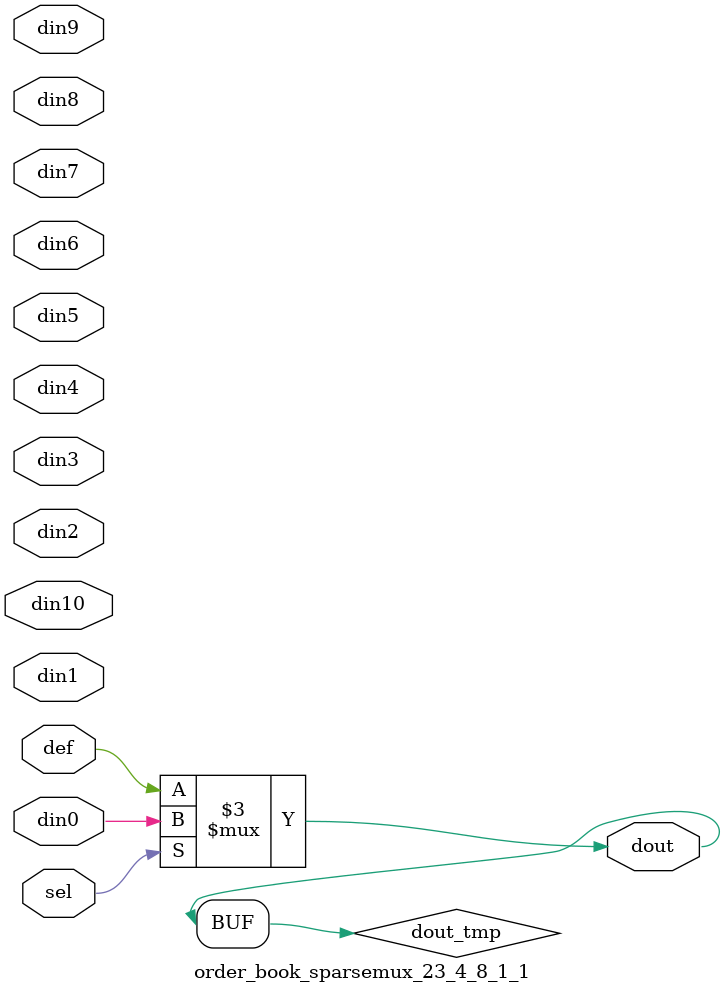
<source format=v>
`timescale 1ns / 1ps

module order_book_sparsemux_23_4_8_1_1 (din0,din1,din2,din3,din4,din5,din6,din7,din8,din9,din10,def,sel,dout);

parameter din0_WIDTH = 1;

parameter din1_WIDTH = 1;

parameter din2_WIDTH = 1;

parameter din3_WIDTH = 1;

parameter din4_WIDTH = 1;

parameter din5_WIDTH = 1;

parameter din6_WIDTH = 1;

parameter din7_WIDTH = 1;

parameter din8_WIDTH = 1;

parameter din9_WIDTH = 1;

parameter din10_WIDTH = 1;

parameter def_WIDTH = 1;
parameter sel_WIDTH = 1;
parameter dout_WIDTH = 1;

parameter [sel_WIDTH-1:0] CASE0 = 1;

parameter [sel_WIDTH-1:0] CASE1 = 1;

parameter [sel_WIDTH-1:0] CASE2 = 1;

parameter [sel_WIDTH-1:0] CASE3 = 1;

parameter [sel_WIDTH-1:0] CASE4 = 1;

parameter [sel_WIDTH-1:0] CASE5 = 1;

parameter [sel_WIDTH-1:0] CASE6 = 1;

parameter [sel_WIDTH-1:0] CASE7 = 1;

parameter [sel_WIDTH-1:0] CASE8 = 1;

parameter [sel_WIDTH-1:0] CASE9 = 1;

parameter [sel_WIDTH-1:0] CASE10 = 1;

parameter ID = 1;
parameter NUM_STAGE = 1;



input [din0_WIDTH-1:0] din0;

input [din1_WIDTH-1:0] din1;

input [din2_WIDTH-1:0] din2;

input [din3_WIDTH-1:0] din3;

input [din4_WIDTH-1:0] din4;

input [din5_WIDTH-1:0] din5;

input [din6_WIDTH-1:0] din6;

input [din7_WIDTH-1:0] din7;

input [din8_WIDTH-1:0] din8;

input [din9_WIDTH-1:0] din9;

input [din10_WIDTH-1:0] din10;

input [def_WIDTH-1:0] def;
input [sel_WIDTH-1:0] sel;

output [dout_WIDTH-1:0] dout;



reg [dout_WIDTH-1:0] dout_tmp;

always @ (*) begin
case (sel)
    
    CASE0 : dout_tmp = din0;
    
    CASE1 : dout_tmp = din1;
    
    CASE2 : dout_tmp = din2;
    
    CASE3 : dout_tmp = din3;
    
    CASE4 : dout_tmp = din4;
    
    CASE5 : dout_tmp = din5;
    
    CASE6 : dout_tmp = din6;
    
    CASE7 : dout_tmp = din7;
    
    CASE8 : dout_tmp = din8;
    
    CASE9 : dout_tmp = din9;
    
    CASE10 : dout_tmp = din10;
    
    default : dout_tmp = def;
endcase
end


assign dout = dout_tmp;



endmodule

</source>
